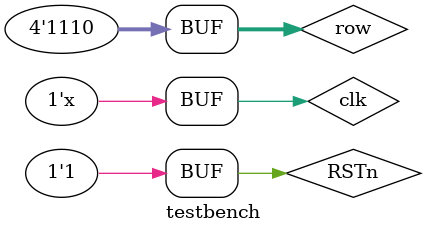
<source format=v>
`timescale 1ps/1ps

module testbench();

    reg clk,RSTn;
    reg[3:0] row;

    BuzzerSoC core(
        .clk(clk),
        .RSTn(RSTn),
        .SWCLK(1'b0),
        .row(row)
    );

    always  #5 clk = ~clk;

    initial begin
        clk = 0;
        RSTn = 0;
        row = 4'b1111;
        #10;
        RSTn = 1;
        row = 4'b1110;
    end
endmodule
</source>
